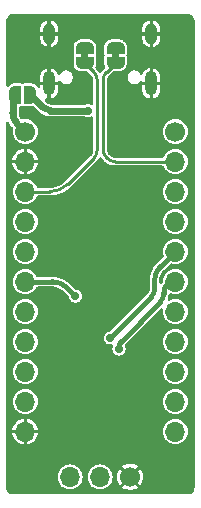
<source format=gbr>
%TF.GenerationSoftware,KiCad,Pcbnew,8.0.3*%
%TF.CreationDate,2024-08-17T22:20:39+01:00*%
%TF.ProjectId,TSSOP_Board,5453534f-505f-4426-9f61-72642e6b6963,rev?*%
%TF.SameCoordinates,Original*%
%TF.FileFunction,Copper,L2,Bot*%
%TF.FilePolarity,Positive*%
%FSLAX46Y46*%
G04 Gerber Fmt 4.6, Leading zero omitted, Abs format (unit mm)*
G04 Created by KiCad (PCBNEW 8.0.3) date 2024-08-17 22:20:39*
%MOMM*%
%LPD*%
G01*
G04 APERTURE LIST*
G04 Aperture macros list*
%AMFreePoly0*
4,1,19,0.500000,-0.750000,0.000000,-0.750000,0.000000,-0.744911,-0.071157,-0.744911,-0.207708,-0.704816,-0.327430,-0.627875,-0.420627,-0.520320,-0.479746,-0.390866,-0.500000,-0.250000,-0.500000,0.250000,-0.479746,0.390866,-0.420627,0.520320,-0.327430,0.627875,-0.207708,0.704816,-0.071157,0.744911,0.000000,0.744911,0.000000,0.750000,0.500000,0.750000,0.500000,-0.750000,0.500000,-0.750000,
$1*%
%AMFreePoly1*
4,1,19,0.000000,0.744911,0.071157,0.744911,0.207708,0.704816,0.327430,0.627875,0.420627,0.520320,0.479746,0.390866,0.500000,0.250000,0.500000,-0.250000,0.479746,-0.390866,0.420627,-0.520320,0.327430,-0.627875,0.207708,-0.704816,0.071157,-0.744911,0.000000,-0.744911,0.000000,-0.750000,-0.500000,-0.750000,-0.500000,0.750000,0.000000,0.750000,0.000000,0.744911,0.000000,0.744911,
$1*%
G04 Aperture macros list end*
%TA.AperFunction,EtchedComponent*%
%ADD10C,0.000000*%
%TD*%
%TA.AperFunction,ComponentPad*%
%ADD11O,1.000000X2.100000*%
%TD*%
%TA.AperFunction,ComponentPad*%
%ADD12O,1.000000X1.800000*%
%TD*%
%TA.AperFunction,ComponentPad*%
%ADD13C,1.700000*%
%TD*%
%TA.AperFunction,ComponentPad*%
%ADD14O,1.700000X1.700000*%
%TD*%
%TA.AperFunction,SMDPad,CuDef*%
%ADD15FreePoly0,180.000000*%
%TD*%
%TA.AperFunction,SMDPad,CuDef*%
%ADD16FreePoly1,180.000000*%
%TD*%
%TA.AperFunction,SMDPad,CuDef*%
%ADD17FreePoly0,270.000000*%
%TD*%
%TA.AperFunction,SMDPad,CuDef*%
%ADD18FreePoly1,270.000000*%
%TD*%
%TA.AperFunction,ViaPad*%
%ADD19C,0.700000*%
%TD*%
%TA.AperFunction,Conductor*%
%ADD20C,0.400000*%
%TD*%
%TA.AperFunction,Conductor*%
%ADD21C,0.250000*%
%TD*%
%TA.AperFunction,Conductor*%
%ADD22C,0.600000*%
%TD*%
G04 APERTURE END LIST*
D10*
%TA.AperFunction,EtchedComponent*%
%TO.C,JP2*%
G36*
X119700000Y-49665000D02*
G01*
X119100000Y-49665000D01*
X119100000Y-49165000D01*
X119700000Y-49165000D01*
X119700000Y-49665000D01*
G37*
%TD.AperFunction*%
%TA.AperFunction,EtchedComponent*%
%TO.C,JP3*%
G36*
X117100000Y-49665000D02*
G01*
X116500000Y-49665000D01*
X116500000Y-49165000D01*
X117100000Y-49165000D01*
X117100000Y-49665000D01*
G37*
%TD.AperFunction*%
%TD*%
D11*
%TO.P,J1,S1,SHIELD*%
%TO.N,GND*%
X122430000Y-51800000D03*
D12*
X122430000Y-47600000D03*
D11*
X113790000Y-51800000D03*
D12*
X113790000Y-47600000D03*
%TD*%
D13*
%TO.P,J3,1,Pin_1*%
%TO.N,/5V_IN*%
X124460000Y-55880000D03*
D14*
%TO.P,J3,2,Pin_2*%
%TO.N,/PD3*%
X124460000Y-58420000D03*
%TO.P,J3,3,Pin_3*%
%TO.N,/PD2*%
X124460000Y-60960000D03*
%TO.P,J3,4,Pin_4*%
%TO.N,/PD1*%
X124460000Y-63500000D03*
%TO.P,J3,5,Pin_5*%
%TO.N,/MISO*%
X124460000Y-66040000D03*
%TO.P,J3,6,Pin_6*%
%TO.N,/MOSI*%
X124460000Y-68580000D03*
%TO.P,J3,7,Pin_7*%
%TO.N,/PC5*%
X124460000Y-71120000D03*
%TO.P,J3,8,Pin_8*%
%TO.N,/MCO*%
X124460000Y-73660000D03*
%TO.P,J3,9,Pin_9*%
%TO.N,/PC3*%
X124460000Y-76200000D03*
%TO.P,J3,10,Pin_10*%
%TO.N,/PC2*%
X124460000Y-78740000D03*
%TO.P,J3,11,Pin_11*%
%TO.N,/PC1*%
X124460000Y-81280000D03*
%TD*%
D13*
%TO.P,J4,1,Pin_1*%
%TO.N,GND*%
X120635000Y-85115000D03*
D14*
%TO.P,J4,2,Pin_2*%
%TO.N,/PD1*%
X118095000Y-85115000D03*
%TO.P,J4,3,Pin_3*%
%TO.N,/MCU_VCC*%
X115555001Y-85115000D03*
%TD*%
%TO.P,J2,11,Pin_11*%
%TO.N,GND*%
X111760000Y-81280000D03*
%TO.P,J2,10,Pin_10*%
%TO.N,/PC0*%
X111760000Y-78740000D03*
%TO.P,J2,9,Pin_9*%
%TO.N,/PD0*%
X111760000Y-76200000D03*
%TO.P,J2,8,Pin_8*%
%TO.N,/OSCO*%
X111760000Y-73660000D03*
%TO.P,J2,7,Pin_7*%
%TO.N,/OSCI*%
X111760000Y-71120000D03*
%TO.P,J2,6,Pin_6*%
%TO.N,/NRST*%
X111760000Y-68580000D03*
%TO.P,J2,5,Pin_5*%
%TO.N,/PD6*%
X111760000Y-66040000D03*
%TO.P,J2,4,Pin_4*%
%TO.N,/PD5*%
X111760000Y-63500000D03*
%TO.P,J2,3,Pin_3*%
%TO.N,/PD4*%
X111760000Y-60960000D03*
%TO.P,J2,2,Pin_2*%
%TO.N,GND*%
X111760000Y-58420000D03*
D13*
%TO.P,J2,1,Pin_1*%
%TO.N,/MCU_VCC*%
X111760000Y-55880000D03*
%TD*%
D15*
%TO.P,JP1,1,A*%
%TO.N,/5V_IN*%
X112199999Y-52750000D03*
D16*
%TO.P,JP1,2,B*%
%TO.N,/MCU_VCC*%
X110900001Y-52750000D03*
%TD*%
D17*
%TO.P,JP2,1,A*%
%TO.N,Net-(JP2-A)*%
X119400000Y-48765001D03*
D18*
%TO.P,JP2,2,B*%
%TO.N,/PD3*%
X119400000Y-50064999D03*
%TD*%
D17*
%TO.P,JP3,1,A*%
%TO.N,Net-(JP3-A)*%
X116800000Y-48765001D03*
D18*
%TO.P,JP3,2,B*%
%TO.N,/PD4*%
X116800000Y-50064999D03*
%TD*%
D19*
%TO.N,GND*%
X123190000Y-57150000D03*
X123190000Y-62230000D03*
X119380000Y-83312000D03*
X116840000Y-83312000D03*
X119380000Y-75946000D03*
%TO.N,/5V_IN*%
X117094000Y-54102000D03*
%TO.N,GND*%
X124600000Y-46815000D03*
X111600000Y-46815000D03*
X114200000Y-78300000D03*
X120010000Y-56134000D03*
X121600000Y-53015000D03*
X113300000Y-74400000D03*
X116332000Y-74635000D03*
X114600000Y-53015000D03*
%TO.N,/NRST*%
X116010000Y-69810000D03*
%TO.N,/MOSI*%
X119700000Y-74300000D03*
%TO.N,/MISO*%
X118950000Y-73350000D03*
%TO.N,Net-(JP2-A)*%
X119400000Y-48765001D03*
%TO.N,Net-(JP3-A)*%
X116800000Y-48765001D03*
%TD*%
D20*
%TO.N,/NRST*%
X115315106Y-69115106D02*
G75*
G03*
X114023246Y-68579977I-1291906J-1291894D01*
G01*
%TO.N,/MISO*%
X122700000Y-68478982D02*
G75*
G02*
X123180123Y-67319899I1639200J-18D01*
G01*
X122700000Y-69227483D02*
G75*
G02*
X122436592Y-69863410I-899300J-17D01*
G01*
%TO.N,/MOSI*%
X123634967Y-68965033D02*
G75*
G03*
X123499979Y-69290873I325833J-325867D01*
G01*
X123167465Y-70332535D02*
G75*
G03*
X123500031Y-69529723I-802765J802835D01*
G01*
X119846447Y-73653553D02*
G75*
G03*
X119700005Y-74007107I353553J-353547D01*
G01*
D21*
%TO.N,/PD4*%
X115381745Y-60318255D02*
G75*
G02*
X113832435Y-60960012I-1549345J1549355D01*
G01*
X117850000Y-51529213D02*
G75*
G03*
X117557113Y-50822100I-1000000J13D01*
G01*
X117850000Y-57435786D02*
G75*
G02*
X117557114Y-58142900I-1000000J-14D01*
G01*
%TO.N,/PD3*%
X118677107Y-58127107D02*
G75*
G03*
X119384214Y-58419990I707093J707107D01*
G01*
X118350000Y-51529213D02*
G75*
G02*
X118642887Y-50822100I1000000J13D01*
G01*
X118350000Y-57385786D02*
G75*
G03*
X118642886Y-58092900I1000000J-14D01*
G01*
D22*
%TO.N,/MCU_VCC*%
X111078366Y-55198366D02*
G75*
G02*
X110699987Y-54284910I913434J913466D01*
G01*
%TO.N,/5V_IN*%
X113867868Y-54100513D02*
G75*
G02*
X113259088Y-53809125I115532J1023013D01*
G01*
X117094000Y-54102000D02*
X117092513Y-54100513D01*
X117092513Y-54100513D02*
X113867868Y-54100513D01*
X113259106Y-53809107D02*
X112199999Y-52750000D01*
%TO.N,/MCU_VCC*%
X110900001Y-52750000D02*
X110700000Y-52950001D01*
X111078366Y-55198366D02*
X111760000Y-55880000D01*
X110700000Y-52950001D02*
X110700000Y-54284910D01*
D20*
%TO.N,/NRST*%
X116010000Y-69810000D02*
X115315106Y-69115106D01*
X114023246Y-68580000D02*
X111760000Y-68580000D01*
%TO.N,/MOSI*%
X119846447Y-73653553D02*
X123167465Y-70332535D01*
X123634967Y-68965033D02*
X124020000Y-68580000D01*
X124020000Y-68580000D02*
X124460000Y-68580000D01*
X119700000Y-74300000D02*
X119700000Y-74007107D01*
X123500000Y-69529723D02*
X123500000Y-69290873D01*
D21*
%TO.N,/PD3*%
X118350000Y-57385786D02*
X118350000Y-51529213D01*
X118677107Y-58127107D02*
X118642893Y-58092893D01*
X124460000Y-58420000D02*
X119384214Y-58420000D01*
X118642893Y-50822106D02*
X119400000Y-50064999D01*
D20*
%TO.N,/MISO*%
X122700000Y-69227483D02*
X122700000Y-68478982D01*
X123180112Y-67319888D02*
X124460000Y-66040000D01*
X118950000Y-73350000D02*
X122436591Y-69863409D01*
D21*
%TO.N,/PD4*%
X117850000Y-57435786D02*
X117850000Y-51529213D01*
X115381745Y-60318255D02*
X117557107Y-58142893D01*
X111760000Y-60960000D02*
X113832435Y-60960000D01*
X117557107Y-50822106D02*
X116800000Y-50064999D01*
%TD*%
%TA.AperFunction,Conductor*%
%TO.N,GND*%
G36*
X125506922Y-45901279D02*
G01*
X125619518Y-45913966D01*
X125646583Y-45920143D01*
X125746927Y-45955255D01*
X125771941Y-45967301D01*
X125861955Y-46023860D01*
X125883662Y-46041172D01*
X125958827Y-46116337D01*
X125976140Y-46138046D01*
X126032697Y-46228056D01*
X126044745Y-46253074D01*
X126079855Y-46353414D01*
X126086033Y-46380484D01*
X126098720Y-46493077D01*
X126099500Y-46506961D01*
X126099500Y-85993038D01*
X126098720Y-86006922D01*
X126086033Y-86119515D01*
X126079855Y-86146585D01*
X126044745Y-86246925D01*
X126032697Y-86271943D01*
X125976140Y-86361953D01*
X125958827Y-86383662D01*
X125883662Y-86458827D01*
X125861953Y-86476140D01*
X125771943Y-86532697D01*
X125746925Y-86544745D01*
X125646585Y-86579855D01*
X125619516Y-86586033D01*
X125534855Y-86595572D01*
X125506921Y-86598720D01*
X125493039Y-86599500D01*
X110756961Y-86599500D01*
X110743077Y-86598720D01*
X110630484Y-86586033D01*
X110603414Y-86579855D01*
X110503074Y-86544745D01*
X110478056Y-86532697D01*
X110388046Y-86476140D01*
X110366337Y-86458827D01*
X110291172Y-86383662D01*
X110273859Y-86361953D01*
X110217302Y-86271943D01*
X110205254Y-86246925D01*
X110170144Y-86146585D01*
X110163966Y-86119514D01*
X110162206Y-86103897D01*
X110151280Y-86006921D01*
X110150500Y-85993038D01*
X110150500Y-85115000D01*
X114499418Y-85115000D01*
X114519700Y-85320932D01*
X114519701Y-85320934D01*
X114579769Y-85518954D01*
X114677316Y-85701450D01*
X114677318Y-85701452D01*
X114808590Y-85861410D01*
X114905210Y-85940702D01*
X114968551Y-85992685D01*
X115151047Y-86090232D01*
X115349067Y-86150300D01*
X115349066Y-86150300D01*
X115367530Y-86152118D01*
X115555001Y-86170583D01*
X115760935Y-86150300D01*
X115958955Y-86090232D01*
X116141451Y-85992685D01*
X116301411Y-85861410D01*
X116432686Y-85701450D01*
X116530233Y-85518954D01*
X116590301Y-85320934D01*
X116610584Y-85115000D01*
X117039417Y-85115000D01*
X117059699Y-85320932D01*
X117059700Y-85320934D01*
X117119768Y-85518954D01*
X117217315Y-85701450D01*
X117217317Y-85701452D01*
X117348589Y-85861410D01*
X117445209Y-85940702D01*
X117508550Y-85992685D01*
X117691046Y-86090232D01*
X117889066Y-86150300D01*
X117889065Y-86150300D01*
X117907529Y-86152118D01*
X118095000Y-86170583D01*
X118300934Y-86150300D01*
X118498954Y-86090232D01*
X118681450Y-85992685D01*
X118841410Y-85861410D01*
X118972685Y-85701450D01*
X119070232Y-85518954D01*
X119130300Y-85320934D01*
X119150583Y-85115000D01*
X119150583Y-85114999D01*
X119530287Y-85114999D01*
X119530287Y-85115000D01*
X119549096Y-85317989D01*
X119549097Y-85317992D01*
X119604883Y-85514063D01*
X119604886Y-85514069D01*
X119695750Y-85696549D01*
X119695755Y-85696556D01*
X119758380Y-85779487D01*
X120191329Y-85346538D01*
X120234901Y-85422007D01*
X120327993Y-85515099D01*
X120403460Y-85558670D01*
X119967321Y-85994809D01*
X119969261Y-85996579D01*
X120142585Y-86103897D01*
X120332678Y-86177539D01*
X120533072Y-86215000D01*
X120736928Y-86215000D01*
X120937321Y-86177539D01*
X121127415Y-86103897D01*
X121300735Y-85996581D01*
X121302677Y-85994808D01*
X120866539Y-85558670D01*
X120942007Y-85515099D01*
X121035099Y-85422007D01*
X121078670Y-85346539D01*
X121511618Y-85779487D01*
X121574245Y-85696556D01*
X121665113Y-85514069D01*
X121665116Y-85514063D01*
X121720902Y-85317992D01*
X121720903Y-85317989D01*
X121739713Y-85115000D01*
X121739713Y-85114999D01*
X121720903Y-84912010D01*
X121720902Y-84912007D01*
X121665116Y-84715936D01*
X121665113Y-84715930D01*
X121574244Y-84533440D01*
X121511619Y-84450511D01*
X121511618Y-84450511D01*
X121078670Y-84883460D01*
X121035099Y-84807993D01*
X120942007Y-84714901D01*
X120866539Y-84671329D01*
X121302678Y-84235190D01*
X121302677Y-84235189D01*
X121300737Y-84233420D01*
X121127415Y-84126102D01*
X120937321Y-84052460D01*
X120736928Y-84015000D01*
X120533072Y-84015000D01*
X120332678Y-84052460D01*
X120142584Y-84126102D01*
X119969261Y-84233420D01*
X119967321Y-84235188D01*
X119967321Y-84235189D01*
X120403461Y-84671329D01*
X120327993Y-84714901D01*
X120234901Y-84807993D01*
X120191329Y-84883460D01*
X119758380Y-84450511D01*
X119695754Y-84533443D01*
X119604886Y-84715930D01*
X119604883Y-84715936D01*
X119549097Y-84912007D01*
X119549096Y-84912010D01*
X119530287Y-85114999D01*
X119150583Y-85114999D01*
X119130300Y-84909066D01*
X119070232Y-84711046D01*
X118972685Y-84528550D01*
X118920702Y-84465209D01*
X118841410Y-84368589D01*
X118681452Y-84237317D01*
X118681453Y-84237317D01*
X118681450Y-84237315D01*
X118498954Y-84139768D01*
X118300934Y-84079700D01*
X118300932Y-84079699D01*
X118300934Y-84079699D01*
X118095000Y-84059417D01*
X117889067Y-84079699D01*
X117691043Y-84139769D01*
X117580898Y-84198643D01*
X117508550Y-84237315D01*
X117508548Y-84237316D01*
X117508547Y-84237317D01*
X117348589Y-84368589D01*
X117217317Y-84528547D01*
X117217315Y-84528550D01*
X117214700Y-84533443D01*
X117119769Y-84711043D01*
X117119768Y-84711045D01*
X117119768Y-84711046D01*
X117118285Y-84715936D01*
X117059699Y-84909067D01*
X117039417Y-85115000D01*
X116610584Y-85115000D01*
X116590301Y-84909066D01*
X116530233Y-84711046D01*
X116432686Y-84528550D01*
X116380703Y-84465209D01*
X116301411Y-84368589D01*
X116141453Y-84237317D01*
X116141454Y-84237317D01*
X116141451Y-84237315D01*
X115958955Y-84139768D01*
X115760935Y-84079700D01*
X115760933Y-84079699D01*
X115760935Y-84079699D01*
X115555001Y-84059417D01*
X115349068Y-84079699D01*
X115151044Y-84139769D01*
X115040899Y-84198643D01*
X114968551Y-84237315D01*
X114968549Y-84237316D01*
X114968548Y-84237317D01*
X114808590Y-84368589D01*
X114677318Y-84528547D01*
X114677316Y-84528550D01*
X114674701Y-84533443D01*
X114579770Y-84711043D01*
X114579769Y-84711045D01*
X114579769Y-84711046D01*
X114578286Y-84715936D01*
X114519700Y-84909067D01*
X114499418Y-85115000D01*
X110150500Y-85115000D01*
X110150500Y-81129999D01*
X110669186Y-81129999D01*
X110669187Y-81130000D01*
X111282555Y-81130000D01*
X111260000Y-81214174D01*
X111260000Y-81345826D01*
X111282555Y-81430000D01*
X110669187Y-81430000D01*
X110674097Y-81482991D01*
X110729883Y-81679063D01*
X110729886Y-81679069D01*
X110820754Y-81861556D01*
X110943608Y-82024242D01*
X111094260Y-82161578D01*
X111267584Y-82268897D01*
X111457678Y-82342539D01*
X111610000Y-82371013D01*
X111610000Y-81757445D01*
X111694174Y-81780000D01*
X111825826Y-81780000D01*
X111910000Y-81757445D01*
X111910000Y-82371013D01*
X112062321Y-82342539D01*
X112252415Y-82268897D01*
X112425739Y-82161578D01*
X112576391Y-82024242D01*
X112699245Y-81861556D01*
X112790113Y-81679069D01*
X112790116Y-81679063D01*
X112845902Y-81482991D01*
X112850813Y-81430000D01*
X112237445Y-81430000D01*
X112260000Y-81345826D01*
X112260000Y-81280000D01*
X123404417Y-81280000D01*
X123424699Y-81485932D01*
X123424700Y-81485934D01*
X123484768Y-81683954D01*
X123582315Y-81866450D01*
X123582317Y-81866452D01*
X123713589Y-82026410D01*
X123810209Y-82105702D01*
X123873550Y-82157685D01*
X124056046Y-82255232D01*
X124254066Y-82315300D01*
X124254065Y-82315300D01*
X124272529Y-82317118D01*
X124460000Y-82335583D01*
X124665934Y-82315300D01*
X124863954Y-82255232D01*
X125046450Y-82157685D01*
X125206410Y-82026410D01*
X125337685Y-81866450D01*
X125435232Y-81683954D01*
X125495300Y-81485934D01*
X125515583Y-81280000D01*
X125495300Y-81074066D01*
X125435232Y-80876046D01*
X125337685Y-80693550D01*
X125285702Y-80630209D01*
X125206410Y-80533589D01*
X125046452Y-80402317D01*
X125046453Y-80402317D01*
X125046450Y-80402315D01*
X124863954Y-80304768D01*
X124665934Y-80244700D01*
X124665932Y-80244699D01*
X124665934Y-80244699D01*
X124460000Y-80224417D01*
X124254067Y-80244699D01*
X124056043Y-80304769D01*
X123945898Y-80363643D01*
X123873550Y-80402315D01*
X123873548Y-80402316D01*
X123873547Y-80402317D01*
X123713589Y-80533589D01*
X123582317Y-80693547D01*
X123484769Y-80876043D01*
X123484768Y-80876045D01*
X123484768Y-80876046D01*
X123483285Y-80880936D01*
X123424699Y-81074067D01*
X123404417Y-81280000D01*
X112260000Y-81280000D01*
X112260000Y-81214174D01*
X112237445Y-81130000D01*
X112850813Y-81130000D01*
X112850813Y-81129999D01*
X112845902Y-81077008D01*
X112790116Y-80880936D01*
X112790113Y-80880930D01*
X112699245Y-80698443D01*
X112576391Y-80535757D01*
X112425739Y-80398421D01*
X112252415Y-80291102D01*
X112062322Y-80217460D01*
X111910000Y-80188985D01*
X111910000Y-80802554D01*
X111825826Y-80780000D01*
X111694174Y-80780000D01*
X111610000Y-80802554D01*
X111610000Y-80188985D01*
X111457677Y-80217460D01*
X111267584Y-80291102D01*
X111094260Y-80398421D01*
X110943608Y-80535757D01*
X110820754Y-80698443D01*
X110729886Y-80880930D01*
X110729883Y-80880936D01*
X110674097Y-81077008D01*
X110669186Y-81129999D01*
X110150500Y-81129999D01*
X110150500Y-78740000D01*
X110704417Y-78740000D01*
X110724699Y-78945932D01*
X110724700Y-78945934D01*
X110784768Y-79143954D01*
X110882315Y-79326450D01*
X110882317Y-79326452D01*
X111013589Y-79486410D01*
X111110209Y-79565702D01*
X111173550Y-79617685D01*
X111356046Y-79715232D01*
X111554066Y-79775300D01*
X111554065Y-79775300D01*
X111572529Y-79777118D01*
X111760000Y-79795583D01*
X111965934Y-79775300D01*
X112163954Y-79715232D01*
X112346450Y-79617685D01*
X112506410Y-79486410D01*
X112637685Y-79326450D01*
X112735232Y-79143954D01*
X112795300Y-78945934D01*
X112815583Y-78740000D01*
X123404417Y-78740000D01*
X123424699Y-78945932D01*
X123424700Y-78945934D01*
X123484768Y-79143954D01*
X123582315Y-79326450D01*
X123582317Y-79326452D01*
X123713589Y-79486410D01*
X123810209Y-79565702D01*
X123873550Y-79617685D01*
X124056046Y-79715232D01*
X124254066Y-79775300D01*
X124254065Y-79775300D01*
X124272529Y-79777118D01*
X124460000Y-79795583D01*
X124665934Y-79775300D01*
X124863954Y-79715232D01*
X125046450Y-79617685D01*
X125206410Y-79486410D01*
X125337685Y-79326450D01*
X125435232Y-79143954D01*
X125495300Y-78945934D01*
X125515583Y-78740000D01*
X125495300Y-78534066D01*
X125435232Y-78336046D01*
X125337685Y-78153550D01*
X125285702Y-78090209D01*
X125206410Y-77993589D01*
X125046452Y-77862317D01*
X125046453Y-77862317D01*
X125046450Y-77862315D01*
X124863954Y-77764768D01*
X124665934Y-77704700D01*
X124665932Y-77704699D01*
X124665934Y-77704699D01*
X124460000Y-77684417D01*
X124254067Y-77704699D01*
X124056043Y-77764769D01*
X123945898Y-77823643D01*
X123873550Y-77862315D01*
X123873548Y-77862316D01*
X123873547Y-77862317D01*
X123713589Y-77993589D01*
X123582317Y-78153547D01*
X123484769Y-78336043D01*
X123424699Y-78534067D01*
X123404417Y-78740000D01*
X112815583Y-78740000D01*
X112795300Y-78534066D01*
X112735232Y-78336046D01*
X112637685Y-78153550D01*
X112585702Y-78090209D01*
X112506410Y-77993589D01*
X112346452Y-77862317D01*
X112346453Y-77862317D01*
X112346450Y-77862315D01*
X112163954Y-77764768D01*
X111965934Y-77704700D01*
X111965932Y-77704699D01*
X111965934Y-77704699D01*
X111760000Y-77684417D01*
X111554067Y-77704699D01*
X111356043Y-77764769D01*
X111245898Y-77823643D01*
X111173550Y-77862315D01*
X111173548Y-77862316D01*
X111173547Y-77862317D01*
X111013589Y-77993589D01*
X110882317Y-78153547D01*
X110784769Y-78336043D01*
X110724699Y-78534067D01*
X110704417Y-78740000D01*
X110150500Y-78740000D01*
X110150500Y-76200000D01*
X110704417Y-76200000D01*
X110724699Y-76405932D01*
X110724700Y-76405934D01*
X110784768Y-76603954D01*
X110882315Y-76786450D01*
X110882317Y-76786452D01*
X111013589Y-76946410D01*
X111110209Y-77025702D01*
X111173550Y-77077685D01*
X111356046Y-77175232D01*
X111554066Y-77235300D01*
X111554065Y-77235300D01*
X111572529Y-77237118D01*
X111760000Y-77255583D01*
X111965934Y-77235300D01*
X112163954Y-77175232D01*
X112346450Y-77077685D01*
X112506410Y-76946410D01*
X112637685Y-76786450D01*
X112735232Y-76603954D01*
X112795300Y-76405934D01*
X112815583Y-76200000D01*
X123404417Y-76200000D01*
X123424699Y-76405932D01*
X123424700Y-76405934D01*
X123484768Y-76603954D01*
X123582315Y-76786450D01*
X123582317Y-76786452D01*
X123713589Y-76946410D01*
X123810209Y-77025702D01*
X123873550Y-77077685D01*
X124056046Y-77175232D01*
X124254066Y-77235300D01*
X124254065Y-77235300D01*
X124272529Y-77237118D01*
X124460000Y-77255583D01*
X124665934Y-77235300D01*
X124863954Y-77175232D01*
X125046450Y-77077685D01*
X125206410Y-76946410D01*
X125337685Y-76786450D01*
X125435232Y-76603954D01*
X125495300Y-76405934D01*
X125515583Y-76200000D01*
X125495300Y-75994066D01*
X125435232Y-75796046D01*
X125337685Y-75613550D01*
X125285702Y-75550209D01*
X125206410Y-75453589D01*
X125046452Y-75322317D01*
X125046453Y-75322317D01*
X125046450Y-75322315D01*
X124863954Y-75224768D01*
X124665934Y-75164700D01*
X124665932Y-75164699D01*
X124665934Y-75164699D01*
X124460000Y-75144417D01*
X124254067Y-75164699D01*
X124056043Y-75224769D01*
X123945898Y-75283643D01*
X123873550Y-75322315D01*
X123873548Y-75322316D01*
X123873547Y-75322317D01*
X123713589Y-75453589D01*
X123582317Y-75613547D01*
X123484769Y-75796043D01*
X123424699Y-75994067D01*
X123404417Y-76200000D01*
X112815583Y-76200000D01*
X112795300Y-75994066D01*
X112735232Y-75796046D01*
X112637685Y-75613550D01*
X112585702Y-75550209D01*
X112506410Y-75453589D01*
X112346452Y-75322317D01*
X112346453Y-75322317D01*
X112346450Y-75322315D01*
X112163954Y-75224768D01*
X111965934Y-75164700D01*
X111965932Y-75164699D01*
X111965934Y-75164699D01*
X111760000Y-75144417D01*
X111554067Y-75164699D01*
X111356043Y-75224769D01*
X111245898Y-75283643D01*
X111173550Y-75322315D01*
X111173548Y-75322316D01*
X111173547Y-75322317D01*
X111013589Y-75453589D01*
X110882317Y-75613547D01*
X110784769Y-75796043D01*
X110724699Y-75994067D01*
X110704417Y-76200000D01*
X110150500Y-76200000D01*
X110150500Y-73660000D01*
X110704417Y-73660000D01*
X110724699Y-73865932D01*
X110730887Y-73886330D01*
X110784768Y-74063954D01*
X110882315Y-74246450D01*
X110882317Y-74246452D01*
X111013589Y-74406410D01*
X111110209Y-74485702D01*
X111173550Y-74537685D01*
X111356046Y-74635232D01*
X111554066Y-74695300D01*
X111554065Y-74695300D01*
X111572529Y-74697118D01*
X111760000Y-74715583D01*
X111965934Y-74695300D01*
X112163954Y-74635232D01*
X112346450Y-74537685D01*
X112506410Y-74406410D01*
X112637685Y-74246450D01*
X112735232Y-74063954D01*
X112795300Y-73865934D01*
X112815583Y-73660000D01*
X112795300Y-73454066D01*
X112763732Y-73349999D01*
X118394750Y-73349999D01*
X118394750Y-73350000D01*
X118413670Y-73493708D01*
X118413671Y-73493712D01*
X118469137Y-73627622D01*
X118469138Y-73627624D01*
X118469139Y-73627625D01*
X118557379Y-73742621D01*
X118672375Y-73830861D01*
X118806291Y-73886330D01*
X118933280Y-73903048D01*
X118949999Y-73905250D01*
X118950000Y-73905250D01*
X118950001Y-73905250D01*
X118978371Y-73901514D01*
X119073039Y-73889051D01*
X119142073Y-73899816D01*
X119194329Y-73946196D01*
X119213215Y-74013465D01*
X119203785Y-74059442D01*
X119163671Y-74156287D01*
X119163670Y-74156291D01*
X119144750Y-74299999D01*
X119144750Y-74300000D01*
X119163670Y-74443708D01*
X119163671Y-74443712D01*
X119219137Y-74577622D01*
X119219138Y-74577624D01*
X119219139Y-74577625D01*
X119307379Y-74692621D01*
X119422375Y-74780861D01*
X119556291Y-74836330D01*
X119683280Y-74853048D01*
X119699999Y-74855250D01*
X119700000Y-74855250D01*
X119700001Y-74855250D01*
X119714977Y-74853278D01*
X119843709Y-74836330D01*
X119977625Y-74780861D01*
X120092621Y-74692621D01*
X120180861Y-74577625D01*
X120236330Y-74443709D01*
X120255250Y-74300000D01*
X120236330Y-74156291D01*
X120180861Y-74022375D01*
X120180858Y-74022371D01*
X120178349Y-74018025D01*
X120161873Y-73950125D01*
X120184722Y-73884097D01*
X120198046Y-73868345D01*
X120406391Y-73660000D01*
X123404417Y-73660000D01*
X123424699Y-73865932D01*
X123430887Y-73886330D01*
X123484768Y-74063954D01*
X123582315Y-74246450D01*
X123582317Y-74246452D01*
X123713589Y-74406410D01*
X123810209Y-74485702D01*
X123873550Y-74537685D01*
X124056046Y-74635232D01*
X124254066Y-74695300D01*
X124254065Y-74695300D01*
X124272529Y-74697118D01*
X124460000Y-74715583D01*
X124665934Y-74695300D01*
X124863954Y-74635232D01*
X125046450Y-74537685D01*
X125206410Y-74406410D01*
X125337685Y-74246450D01*
X125435232Y-74063954D01*
X125495300Y-73865934D01*
X125515583Y-73660000D01*
X125495300Y-73454066D01*
X125435232Y-73256046D01*
X125337685Y-73073550D01*
X125285702Y-73010209D01*
X125206410Y-72913589D01*
X125046452Y-72782317D01*
X125046453Y-72782317D01*
X125046450Y-72782315D01*
X124863954Y-72684768D01*
X124665934Y-72624700D01*
X124665932Y-72624699D01*
X124665934Y-72624699D01*
X124460000Y-72604417D01*
X124254067Y-72624699D01*
X124056043Y-72684769D01*
X123945898Y-72743643D01*
X123873550Y-72782315D01*
X123873548Y-72782316D01*
X123873547Y-72782317D01*
X123713589Y-72913589D01*
X123582317Y-73073547D01*
X123484769Y-73256043D01*
X123424699Y-73454067D01*
X123404417Y-73660000D01*
X120406391Y-73660000D01*
X123209406Y-70856984D01*
X123270727Y-70823501D01*
X123340419Y-70828485D01*
X123396352Y-70870357D01*
X123420769Y-70935821D01*
X123420488Y-70956821D01*
X123404417Y-71119999D01*
X123424699Y-71325932D01*
X123424700Y-71325934D01*
X123484768Y-71523954D01*
X123582315Y-71706450D01*
X123582317Y-71706452D01*
X123713589Y-71866410D01*
X123810209Y-71945702D01*
X123873550Y-71997685D01*
X124056046Y-72095232D01*
X124254066Y-72155300D01*
X124254065Y-72155300D01*
X124272529Y-72157118D01*
X124460000Y-72175583D01*
X124665934Y-72155300D01*
X124863954Y-72095232D01*
X125046450Y-71997685D01*
X125206410Y-71866410D01*
X125337685Y-71706450D01*
X125435232Y-71523954D01*
X125495300Y-71325934D01*
X125515583Y-71120000D01*
X125495300Y-70914066D01*
X125435232Y-70716046D01*
X125337685Y-70533550D01*
X125285702Y-70470209D01*
X125206410Y-70373589D01*
X125046452Y-70242317D01*
X125046453Y-70242317D01*
X125046450Y-70242315D01*
X124863954Y-70144768D01*
X124665934Y-70084700D01*
X124665932Y-70084699D01*
X124665934Y-70084699D01*
X124460000Y-70064417D01*
X124254067Y-70084699D01*
X124056045Y-70144768D01*
X123997093Y-70176279D01*
X123928690Y-70190520D01*
X123863446Y-70165520D01*
X123822076Y-70109214D01*
X123817714Y-70039481D01*
X123821224Y-70027051D01*
X123822095Y-70024483D01*
X123822101Y-70024470D01*
X123874214Y-69830002D01*
X123896909Y-69657642D01*
X123925177Y-69593747D01*
X123983502Y-69555277D01*
X124053367Y-69554447D01*
X124055843Y-69555170D01*
X124056044Y-69555231D01*
X124056046Y-69555232D01*
X124254066Y-69615300D01*
X124254065Y-69615300D01*
X124272529Y-69617118D01*
X124460000Y-69635583D01*
X124665934Y-69615300D01*
X124863954Y-69555232D01*
X125046450Y-69457685D01*
X125206410Y-69326410D01*
X125337685Y-69166450D01*
X125435232Y-68983954D01*
X125495300Y-68785934D01*
X125515583Y-68580000D01*
X125495300Y-68374066D01*
X125435232Y-68176046D01*
X125337685Y-67993550D01*
X125274559Y-67916630D01*
X125206410Y-67833589D01*
X125046452Y-67702317D01*
X125046453Y-67702317D01*
X125046450Y-67702315D01*
X124876554Y-67611502D01*
X124863956Y-67604769D01*
X124863955Y-67604768D01*
X124863954Y-67604768D01*
X124665934Y-67544700D01*
X124665932Y-67544699D01*
X124665934Y-67544699D01*
X124460000Y-67524417D01*
X124254067Y-67544699D01*
X124078692Y-67597898D01*
X124061552Y-67603098D01*
X124056043Y-67604769D01*
X123945898Y-67663643D01*
X123873550Y-67702315D01*
X123873548Y-67702316D01*
X123873547Y-67702317D01*
X123713589Y-67833589D01*
X123582317Y-67993547D01*
X123484769Y-68176043D01*
X123424699Y-68374067D01*
X123403820Y-68586062D01*
X123402049Y-68585887D01*
X123384732Y-68644865D01*
X123368098Y-68665507D01*
X123312181Y-68721424D01*
X123250858Y-68754909D01*
X123181166Y-68749925D01*
X123125233Y-68708053D01*
X123100816Y-68642589D01*
X123100500Y-68633743D01*
X123100500Y-68483864D01*
X123100882Y-68474134D01*
X123109517Y-68364431D01*
X123114987Y-68294935D01*
X123118031Y-68275721D01*
X123121038Y-68263197D01*
X123158853Y-68105691D01*
X123164861Y-68087199D01*
X123231784Y-67925637D01*
X123240610Y-67908316D01*
X123331985Y-67759210D01*
X123343411Y-67743484D01*
X123460293Y-67606636D01*
X123466880Y-67599511D01*
X123999745Y-67066646D01*
X124061066Y-67033163D01*
X124123418Y-67035668D01*
X124225544Y-67066648D01*
X124254063Y-67075299D01*
X124254065Y-67075300D01*
X124272529Y-67077118D01*
X124460000Y-67095583D01*
X124665934Y-67075300D01*
X124863954Y-67015232D01*
X125046450Y-66917685D01*
X125206410Y-66786410D01*
X125337685Y-66626450D01*
X125435232Y-66443954D01*
X125495300Y-66245934D01*
X125515583Y-66040000D01*
X125495300Y-65834066D01*
X125435232Y-65636046D01*
X125337685Y-65453550D01*
X125285702Y-65390209D01*
X125206410Y-65293589D01*
X125046452Y-65162317D01*
X125046453Y-65162317D01*
X125046450Y-65162315D01*
X124863954Y-65064768D01*
X124665934Y-65004700D01*
X124665932Y-65004699D01*
X124665934Y-65004699D01*
X124460000Y-64984417D01*
X124254067Y-65004699D01*
X124056043Y-65064769D01*
X123945898Y-65123643D01*
X123873550Y-65162315D01*
X123873548Y-65162316D01*
X123873547Y-65162317D01*
X123713589Y-65293589D01*
X123582317Y-65453547D01*
X123484769Y-65636043D01*
X123424699Y-65834067D01*
X123404417Y-66040000D01*
X123424699Y-66245932D01*
X123464330Y-66376579D01*
X123464953Y-66446446D01*
X123433350Y-66500255D01*
X122854263Y-67079343D01*
X122854120Y-67079505D01*
X122815930Y-67117695D01*
X122673090Y-67296808D01*
X122551204Y-67490784D01*
X122451800Y-67697194D01*
X122376134Y-67913431D01*
X122325153Y-68136780D01*
X122325152Y-68136786D01*
X122299500Y-68364427D01*
X122299500Y-69162296D01*
X122299499Y-69162314D01*
X122299499Y-69221402D01*
X122298902Y-69233553D01*
X122291114Y-69312648D01*
X122286372Y-69336491D01*
X122265077Y-69406693D01*
X122255773Y-69429154D01*
X122221190Y-69493852D01*
X122207685Y-69514063D01*
X122157276Y-69575485D01*
X122149105Y-69584500D01*
X118966930Y-72766675D01*
X118905607Y-72800160D01*
X118895436Y-72801933D01*
X118806289Y-72813670D01*
X118672377Y-72869137D01*
X118557379Y-72957379D01*
X118469137Y-73072377D01*
X118413671Y-73206287D01*
X118413670Y-73206291D01*
X118394750Y-73349999D01*
X112763732Y-73349999D01*
X112735232Y-73256046D01*
X112637685Y-73073550D01*
X112585702Y-73010209D01*
X112506410Y-72913589D01*
X112346452Y-72782317D01*
X112346453Y-72782317D01*
X112346450Y-72782315D01*
X112163954Y-72684768D01*
X111965934Y-72624700D01*
X111965932Y-72624699D01*
X111965934Y-72624699D01*
X111760000Y-72604417D01*
X111554067Y-72624699D01*
X111356043Y-72684769D01*
X111245898Y-72743643D01*
X111173550Y-72782315D01*
X111173548Y-72782316D01*
X111173547Y-72782317D01*
X111013589Y-72913589D01*
X110882317Y-73073547D01*
X110784769Y-73256043D01*
X110724699Y-73454067D01*
X110704417Y-73660000D01*
X110150500Y-73660000D01*
X110150500Y-71120000D01*
X110704417Y-71120000D01*
X110724699Y-71325932D01*
X110724700Y-71325934D01*
X110784768Y-71523954D01*
X110882315Y-71706450D01*
X110882317Y-71706452D01*
X111013589Y-71866410D01*
X111110209Y-71945702D01*
X111173550Y-71997685D01*
X111356046Y-72095232D01*
X111554066Y-72155300D01*
X111554065Y-72155300D01*
X111572529Y-72157118D01*
X111760000Y-72175583D01*
X111965934Y-72155300D01*
X112163954Y-72095232D01*
X112346450Y-71997685D01*
X112506410Y-71866410D01*
X112637685Y-71706450D01*
X112735232Y-71523954D01*
X112795300Y-71325934D01*
X112815583Y-71120000D01*
X112795300Y-70914066D01*
X112735232Y-70716046D01*
X112637685Y-70533550D01*
X112585702Y-70470209D01*
X112506410Y-70373589D01*
X112346452Y-70242317D01*
X112346453Y-70242317D01*
X112346450Y-70242315D01*
X112163954Y-70144768D01*
X111965934Y-70084700D01*
X111965932Y-70084699D01*
X111965934Y-70084699D01*
X111760000Y-70064417D01*
X111554067Y-70084699D01*
X111356043Y-70144769D01*
X111270451Y-70190520D01*
X111173550Y-70242315D01*
X111173548Y-70242316D01*
X111173547Y-70242317D01*
X111013589Y-70373589D01*
X110882317Y-70533547D01*
X110784769Y-70716043D01*
X110724699Y-70914067D01*
X110704417Y-71120000D01*
X110150500Y-71120000D01*
X110150500Y-68580000D01*
X110704417Y-68580000D01*
X110724699Y-68785932D01*
X110740931Y-68839441D01*
X110784768Y-68983954D01*
X110882315Y-69166450D01*
X110890262Y-69176133D01*
X111013589Y-69326410D01*
X111040425Y-69348433D01*
X111173550Y-69457685D01*
X111356046Y-69555232D01*
X111554066Y-69615300D01*
X111554065Y-69615300D01*
X111572529Y-69617118D01*
X111760000Y-69635583D01*
X111965934Y-69615300D01*
X112163954Y-69555232D01*
X112346450Y-69457685D01*
X112506410Y-69326410D01*
X112637685Y-69166450D01*
X112702043Y-69046046D01*
X112751006Y-68996202D01*
X112811401Y-68980500D01*
X114019180Y-68980500D01*
X114027293Y-68980766D01*
X114201312Y-68992176D01*
X114217393Y-68994293D01*
X114256335Y-69002039D01*
X114384464Y-69027529D01*
X114400122Y-69031725D01*
X114442309Y-69046046D01*
X114561426Y-69086483D01*
X114576402Y-69092686D01*
X114729183Y-69168032D01*
X114743210Y-69176131D01*
X114863398Y-69256439D01*
X114884853Y-69270775D01*
X114897720Y-69280649D01*
X115029097Y-69395865D01*
X115035019Y-69401412D01*
X115426675Y-69793067D01*
X115460160Y-69854390D01*
X115461933Y-69864562D01*
X115473670Y-69953707D01*
X115473671Y-69953712D01*
X115529137Y-70087622D01*
X115529138Y-70087624D01*
X115529139Y-70087625D01*
X115617379Y-70202621D01*
X115732375Y-70290861D01*
X115866291Y-70346330D01*
X115993280Y-70363048D01*
X116009999Y-70365250D01*
X116010000Y-70365250D01*
X116010001Y-70365250D01*
X116024977Y-70363278D01*
X116153709Y-70346330D01*
X116287625Y-70290861D01*
X116402621Y-70202621D01*
X116490861Y-70087625D01*
X116546330Y-69953709D01*
X116565250Y-69810000D01*
X116546330Y-69666291D01*
X116490861Y-69532375D01*
X116402621Y-69417379D01*
X116287625Y-69329139D01*
X116287624Y-69329138D01*
X116287622Y-69329137D01*
X116153712Y-69273671D01*
X116153710Y-69273670D01*
X116153709Y-69273670D01*
X116100363Y-69266646D01*
X116064562Y-69261933D01*
X116000665Y-69233666D01*
X115993067Y-69226675D01*
X115555552Y-68789158D01*
X115555285Y-68788923D01*
X115509839Y-68743477D01*
X115509836Y-68743474D01*
X115386186Y-68644865D01*
X115314246Y-68587493D01*
X115314242Y-68587490D01*
X115314238Y-68587487D01*
X115102405Y-68454381D01*
X115102406Y-68454381D01*
X115102399Y-68454377D01*
X115102398Y-68454376D01*
X114877009Y-68345831D01*
X114877000Y-68345827D01*
X114640868Y-68263197D01*
X114640851Y-68263192D01*
X114396974Y-68207523D01*
X114396954Y-68207520D01*
X114148346Y-68179502D01*
X114148350Y-68179502D01*
X114083582Y-68179501D01*
X114083564Y-68179500D01*
X114075973Y-68179500D01*
X114023256Y-68179500D01*
X113965673Y-68179499D01*
X113965672Y-68179499D01*
X113955685Y-68179499D01*
X113955673Y-68179500D01*
X112811401Y-68179500D01*
X112744362Y-68159815D01*
X112702043Y-68113954D01*
X112687738Y-68087192D01*
X112637685Y-67993550D01*
X112574559Y-67916630D01*
X112506410Y-67833589D01*
X112346452Y-67702317D01*
X112346453Y-67702317D01*
X112346450Y-67702315D01*
X112176554Y-67611502D01*
X112163956Y-67604769D01*
X112163955Y-67604768D01*
X112163954Y-67604768D01*
X111965934Y-67544700D01*
X111965932Y-67544699D01*
X111965934Y-67544699D01*
X111760000Y-67524417D01*
X111554067Y-67544699D01*
X111378692Y-67597898D01*
X111361552Y-67603098D01*
X111356043Y-67604769D01*
X111245898Y-67663643D01*
X111173550Y-67702315D01*
X111173548Y-67702316D01*
X111173547Y-67702317D01*
X111013589Y-67833589D01*
X110882317Y-67993547D01*
X110784769Y-68176043D01*
X110724699Y-68374067D01*
X110704417Y-68580000D01*
X110150500Y-68580000D01*
X110150500Y-66040000D01*
X110704417Y-66040000D01*
X110724699Y-66245932D01*
X110724700Y-66245934D01*
X110784768Y-66443954D01*
X110882315Y-66626450D01*
X110882317Y-66626452D01*
X111013589Y-66786410D01*
X111110209Y-66865702D01*
X111173550Y-66917685D01*
X111356046Y-67015232D01*
X111554066Y-67075300D01*
X111554065Y-67075300D01*
X111572529Y-67077118D01*
X111760000Y-67095583D01*
X111965934Y-67075300D01*
X112163954Y-67015232D01*
X112346450Y-66917685D01*
X112506410Y-66786410D01*
X112637685Y-66626450D01*
X112735232Y-66443954D01*
X112795300Y-66245934D01*
X112815583Y-66040000D01*
X112795300Y-65834066D01*
X112735232Y-65636046D01*
X112637685Y-65453550D01*
X112585702Y-65390209D01*
X112506410Y-65293589D01*
X112346452Y-65162317D01*
X112346453Y-65162317D01*
X112346450Y-65162315D01*
X112163954Y-65064768D01*
X111965934Y-65004700D01*
X111965932Y-65004699D01*
X111965934Y-65004699D01*
X111760000Y-64984417D01*
X111554067Y-65004699D01*
X111356043Y-65064769D01*
X111245898Y-65123643D01*
X111173550Y-65162315D01*
X111173548Y-65162316D01*
X111173547Y-65162317D01*
X111013589Y-65293589D01*
X110882317Y-65453547D01*
X110784769Y-65636043D01*
X110724699Y-65834067D01*
X110704417Y-66040000D01*
X110150500Y-66040000D01*
X110150500Y-63500000D01*
X110704417Y-63500000D01*
X110724699Y-63705932D01*
X110724700Y-63705934D01*
X110784768Y-63903954D01*
X110882315Y-64086450D01*
X110882317Y-64086452D01*
X111013589Y-64246410D01*
X111110209Y-64325702D01*
X111173550Y-64377685D01*
X111356046Y-64475232D01*
X111554066Y-64535300D01*
X111554065Y-64535300D01*
X111572529Y-64537118D01*
X111760000Y-64555583D01*
X111965934Y-64535300D01*
X112163954Y-64475232D01*
X112346450Y-64377685D01*
X112506410Y-64246410D01*
X112637685Y-64086450D01*
X112735232Y-63903954D01*
X112795300Y-63705934D01*
X112815583Y-63500000D01*
X123404417Y-63500000D01*
X123424699Y-63705932D01*
X123424700Y-63705934D01*
X123484768Y-63903954D01*
X123582315Y-64086450D01*
X123582317Y-64086452D01*
X123713589Y-64246410D01*
X123810209Y-64325702D01*
X123873550Y-64377685D01*
X124056046Y-64475232D01*
X124254066Y-64535300D01*
X124254065Y-64535300D01*
X124272529Y-64537118D01*
X124460000Y-64555583D01*
X124665934Y-64535300D01*
X124863954Y-64475232D01*
X125046450Y-64377685D01*
X125206410Y-64246410D01*
X125337685Y-64086450D01*
X125435232Y-63903954D01*
X125495300Y-63705934D01*
X125515583Y-63500000D01*
X125495300Y-63294066D01*
X125435232Y-63096046D01*
X125337685Y-62913550D01*
X125285702Y-62850209D01*
X125206410Y-62753589D01*
X125046452Y-62622317D01*
X125046453Y-62622317D01*
X125046450Y-62622315D01*
X124863954Y-62524768D01*
X124665934Y-62464700D01*
X124665932Y-62464699D01*
X124665934Y-62464699D01*
X124460000Y-62444417D01*
X124254067Y-62464699D01*
X124056043Y-62524769D01*
X123945898Y-62583643D01*
X123873550Y-62622315D01*
X123873548Y-62622316D01*
X123873547Y-62622317D01*
X123713589Y-62753589D01*
X123582317Y-62913547D01*
X123484769Y-63096043D01*
X123424699Y-63294067D01*
X123404417Y-63500000D01*
X112815583Y-63500000D01*
X112795300Y-63294066D01*
X112735232Y-63096046D01*
X112637685Y-62913550D01*
X112585702Y-62850209D01*
X112506410Y-62753589D01*
X112346452Y-62622317D01*
X112346453Y-62622317D01*
X112346450Y-62622315D01*
X112163954Y-62524768D01*
X111965934Y-62464700D01*
X111965932Y-62464699D01*
X111965934Y-62464699D01*
X111760000Y-62444417D01*
X111554067Y-62464699D01*
X111356043Y-62524769D01*
X111245898Y-62583643D01*
X111173550Y-62622315D01*
X111173548Y-62622316D01*
X111173547Y-62622317D01*
X111013589Y-62753589D01*
X110882317Y-62913547D01*
X110784769Y-63096043D01*
X110724699Y-63294067D01*
X110704417Y-63500000D01*
X110150500Y-63500000D01*
X110150500Y-58269999D01*
X110669186Y-58269999D01*
X110669187Y-58270000D01*
X111282555Y-58270000D01*
X111260000Y-58354174D01*
X111260000Y-58485826D01*
X111282555Y-58570000D01*
X110669187Y-58570000D01*
X110674097Y-58622991D01*
X110729883Y-58819063D01*
X110729886Y-58819069D01*
X110820754Y-59001556D01*
X110943608Y-59164242D01*
X111094260Y-59301578D01*
X111267584Y-59408897D01*
X111457678Y-59482539D01*
X111610000Y-59511013D01*
X111610000Y-58897445D01*
X111694174Y-58920000D01*
X111825826Y-58920000D01*
X111910000Y-58897445D01*
X111910000Y-59511013D01*
X112062321Y-59482539D01*
X112252415Y-59408897D01*
X112425739Y-59301578D01*
X112576391Y-59164242D01*
X112699245Y-59001556D01*
X112790113Y-58819069D01*
X112790116Y-58819063D01*
X112845902Y-58622991D01*
X112850813Y-58570000D01*
X112237445Y-58570000D01*
X112260000Y-58485826D01*
X112260000Y-58354174D01*
X112237445Y-58270000D01*
X112850813Y-58270000D01*
X112850813Y-58269999D01*
X112845902Y-58217008D01*
X112790116Y-58020936D01*
X112790113Y-58020930D01*
X112699245Y-57838443D01*
X112576391Y-57675757D01*
X112425739Y-57538421D01*
X112252415Y-57431102D01*
X112062322Y-57357460D01*
X111910000Y-57328985D01*
X111910000Y-57942554D01*
X111825826Y-57920000D01*
X111694174Y-57920000D01*
X111610000Y-57942554D01*
X111610000Y-57328985D01*
X111457677Y-57357460D01*
X111267584Y-57431102D01*
X111094260Y-57538421D01*
X110943608Y-57675757D01*
X110820754Y-57838443D01*
X110729886Y-58020930D01*
X110729883Y-58020936D01*
X110674097Y-58217008D01*
X110669186Y-58269999D01*
X110150500Y-58269999D01*
X110150500Y-55143077D01*
X110170185Y-55076038D01*
X110222989Y-55030283D01*
X110292147Y-55020339D01*
X110355703Y-55049364D01*
X110381884Y-55081072D01*
X110498363Y-55282815D01*
X110498366Y-55282820D01*
X110641391Y-55469207D01*
X110641394Y-55469210D01*
X110696691Y-55524505D01*
X110700436Y-55528250D01*
X110733921Y-55589573D01*
X110731416Y-55651924D01*
X110724700Y-55674063D01*
X110724699Y-55674066D01*
X110704417Y-55880000D01*
X110724699Y-56085932D01*
X110724700Y-56085934D01*
X110784768Y-56283954D01*
X110882315Y-56466450D01*
X110882317Y-56466452D01*
X111013589Y-56626410D01*
X111110209Y-56705702D01*
X111173550Y-56757685D01*
X111356046Y-56855232D01*
X111554066Y-56915300D01*
X111554065Y-56915300D01*
X111572529Y-56917118D01*
X111760000Y-56935583D01*
X111965934Y-56915300D01*
X112163954Y-56855232D01*
X112346450Y-56757685D01*
X112506410Y-56626410D01*
X112637685Y-56466450D01*
X112735232Y-56283954D01*
X112795300Y-56085934D01*
X112815583Y-55880000D01*
X112795300Y-55674066D01*
X112735232Y-55476046D01*
X112637685Y-55293550D01*
X112514196Y-55143077D01*
X112506410Y-55133589D01*
X112346452Y-55002317D01*
X112346453Y-55002317D01*
X112346450Y-55002315D01*
X112163954Y-54904768D01*
X111965934Y-54844700D01*
X111965932Y-54844699D01*
X111965934Y-54844699D01*
X111760000Y-54824417D01*
X111554066Y-54844699D01*
X111554063Y-54844700D01*
X111535987Y-54850183D01*
X111466120Y-54850804D01*
X111407009Y-54813553D01*
X111404161Y-54810207D01*
X111341595Y-54733972D01*
X111328098Y-54713773D01*
X111266481Y-54598499D01*
X111257182Y-54576050D01*
X111219236Y-54450966D01*
X111214496Y-54427137D01*
X111201097Y-54291097D01*
X111200500Y-54278943D01*
X111200500Y-53829500D01*
X111220185Y-53762461D01*
X111272989Y-53716706D01*
X111324500Y-53705500D01*
X111400004Y-53705500D01*
X111400004Y-53705499D01*
X111445729Y-53700348D01*
X111490355Y-53678856D01*
X111559294Y-53667503D01*
X111596321Y-53683086D01*
X111598247Y-53679087D01*
X111610834Y-53685148D01*
X111610835Y-53685148D01*
X111610836Y-53685149D01*
X111677427Y-53700348D01*
X111699994Y-53705499D01*
X111699999Y-53705500D01*
X112271885Y-53705500D01*
X112271888Y-53705500D01*
X112329784Y-53697176D01*
X112336739Y-53695133D01*
X112343895Y-53693033D01*
X112413764Y-53693031D01*
X112466513Y-53724328D01*
X112853045Y-54110860D01*
X112856710Y-54115018D01*
X112860154Y-54118427D01*
X112860155Y-54118429D01*
X112871283Y-54129446D01*
X112871324Y-54129520D01*
X112909486Y-54167303D01*
X112909925Y-54167740D01*
X112955361Y-54213177D01*
X112959206Y-54216532D01*
X112979687Y-54236810D01*
X112979694Y-54236816D01*
X113076078Y-54309600D01*
X113143039Y-54360166D01*
X113321360Y-54460663D01*
X113385273Y-54486163D01*
X113511465Y-54536512D01*
X113511471Y-54536513D01*
X113511477Y-54536516D01*
X113710003Y-54586371D01*
X113765293Y-54592612D01*
X113783465Y-54596053D01*
X113801976Y-54601013D01*
X113832713Y-54601013D01*
X113846627Y-54601795D01*
X113877178Y-54605246D01*
X113894681Y-54602612D01*
X113896140Y-54602393D01*
X113914589Y-54601013D01*
X116835534Y-54601013D01*
X116882982Y-54610450D01*
X116950291Y-54638330D01*
X117046097Y-54650943D01*
X117093999Y-54657250D01*
X117094000Y-54657250D01*
X117094001Y-54657250D01*
X117108977Y-54655278D01*
X117237709Y-54638330D01*
X117353050Y-54590554D01*
X117422517Y-54583086D01*
X117484996Y-54614361D01*
X117520648Y-54674450D01*
X117524500Y-54705116D01*
X117524500Y-57429700D01*
X117523903Y-57441854D01*
X117512737Y-57555228D01*
X117507995Y-57579067D01*
X117476706Y-57682220D01*
X117467404Y-57704680D01*
X117416585Y-57799757D01*
X117403080Y-57819968D01*
X117330874Y-57907953D01*
X117322701Y-57916970D01*
X115154463Y-60085209D01*
X115148541Y-60090756D01*
X114974222Y-60243630D01*
X114961354Y-60253504D01*
X114771968Y-60380048D01*
X114757921Y-60388158D01*
X114553639Y-60488899D01*
X114538655Y-60495106D01*
X114322968Y-60568324D01*
X114307300Y-60572522D01*
X114083902Y-60616961D01*
X114067822Y-60619078D01*
X113836655Y-60634234D01*
X113828543Y-60634500D01*
X112850583Y-60634500D01*
X112783544Y-60614815D01*
X112737789Y-60562011D01*
X112736021Y-60557951D01*
X112735233Y-60556051D01*
X112735232Y-60556046D01*
X112637685Y-60373550D01*
X112585702Y-60310209D01*
X112506410Y-60213589D01*
X112346452Y-60082317D01*
X112346453Y-60082317D01*
X112346450Y-60082315D01*
X112163954Y-59984768D01*
X111965934Y-59924700D01*
X111965932Y-59924699D01*
X111965934Y-59924699D01*
X111760000Y-59904417D01*
X111554067Y-59924699D01*
X111356043Y-59984769D01*
X111245898Y-60043643D01*
X111173550Y-60082315D01*
X111173548Y-60082316D01*
X111173547Y-60082317D01*
X111013589Y-60213589D01*
X110882317Y-60373547D01*
X110784769Y-60556043D01*
X110724699Y-60754067D01*
X110704417Y-60960000D01*
X110724699Y-61165932D01*
X110724700Y-61165934D01*
X110784768Y-61363954D01*
X110882315Y-61546450D01*
X110882317Y-61546452D01*
X111013589Y-61706410D01*
X111110209Y-61785702D01*
X111173550Y-61837685D01*
X111356046Y-61935232D01*
X111554066Y-61995300D01*
X111554065Y-61995300D01*
X111572529Y-61997118D01*
X111760000Y-62015583D01*
X111965934Y-61995300D01*
X112163954Y-61935232D01*
X112346450Y-61837685D01*
X112506410Y-61706410D01*
X112637685Y-61546450D01*
X112735232Y-61363954D01*
X112735234Y-61363945D01*
X112736021Y-61362049D01*
X112736701Y-61361203D01*
X112738104Y-61358581D01*
X112738601Y-61358846D01*
X112779862Y-61307645D01*
X112846156Y-61285579D01*
X112850583Y-61285500D01*
X113780886Y-61285500D01*
X113781067Y-61285500D01*
X113781107Y-61285511D01*
X113832440Y-61285510D01*
X113832440Y-61285511D01*
X113973758Y-61285509D01*
X113973770Y-61285509D01*
X114138148Y-61266985D01*
X114254642Y-61253858D01*
X114530207Y-61190959D01*
X114796998Y-61097602D01*
X115051658Y-60974963D01*
X115075471Y-60960000D01*
X123404417Y-60960000D01*
X123424699Y-61165932D01*
X123424700Y-61165934D01*
X123484768Y-61363954D01*
X123582315Y-61546450D01*
X123582317Y-61546452D01*
X123713589Y-61706410D01*
X123810209Y-61785702D01*
X123873550Y-61837685D01*
X124056046Y-61935232D01*
X124254066Y-61995300D01*
X124254065Y-61995300D01*
X124272529Y-61997118D01*
X124460000Y-62015583D01*
X124665934Y-61995300D01*
X124863954Y-61935232D01*
X125046450Y-61837685D01*
X125206410Y-61706410D01*
X125337685Y-61546450D01*
X125435232Y-61363954D01*
X125495300Y-61165934D01*
X125515583Y-60960000D01*
X125495300Y-60754066D01*
X125435232Y-60556046D01*
X125337685Y-60373550D01*
X125285702Y-60310209D01*
X125206410Y-60213589D01*
X125046452Y-60082317D01*
X125046453Y-60082317D01*
X125046450Y-60082315D01*
X124863954Y-59984768D01*
X124665934Y-59924700D01*
X124665932Y-59924699D01*
X124665934Y-59924699D01*
X124460000Y-59904417D01*
X124254067Y-59924699D01*
X124056043Y-59984769D01*
X123945898Y-60043643D01*
X123873550Y-60082315D01*
X123873548Y-60082316D01*
X123873547Y-60082317D01*
X123713589Y-60213589D01*
X123582317Y-60373547D01*
X123484769Y-60556043D01*
X123424699Y-60754067D01*
X123404417Y-60960000D01*
X115075471Y-60960000D01*
X115290987Y-60824582D01*
X115511974Y-60648351D01*
X115572698Y-60587625D01*
X115572707Y-60587619D01*
X115581605Y-60578720D01*
X115581607Y-60578720D01*
X117748962Y-58411364D01*
X117748993Y-58411347D01*
X117787278Y-58373060D01*
X117787279Y-58373061D01*
X117848711Y-58311628D01*
X117954486Y-58173776D01*
X118007052Y-58082725D01*
X118057617Y-58034510D01*
X118126224Y-58021286D01*
X118191089Y-58047253D01*
X118221825Y-58082723D01*
X118245523Y-58123771D01*
X118245525Y-58123774D01*
X118245526Y-58123775D01*
X118351295Y-58261619D01*
X118377045Y-58287370D01*
X118377062Y-58287389D01*
X118382427Y-58292754D01*
X118382428Y-58292755D01*
X118408633Y-58318960D01*
X118408650Y-58318991D01*
X118446939Y-58357279D01*
X118508372Y-58418711D01*
X118646224Y-58524486D01*
X118761785Y-58591203D01*
X118796696Y-58611359D01*
X118796698Y-58611360D01*
X118796702Y-58611362D01*
X118957233Y-58677854D01*
X119125070Y-58722824D01*
X119125071Y-58722824D01*
X119125074Y-58722825D01*
X119200693Y-58732778D01*
X119297340Y-58745501D01*
X119384219Y-58745500D01*
X123369417Y-58745500D01*
X123436456Y-58765185D01*
X123482211Y-58817989D01*
X123483979Y-58822049D01*
X123484768Y-58823954D01*
X123582315Y-59006450D01*
X123582317Y-59006452D01*
X123713589Y-59166410D01*
X123810209Y-59245702D01*
X123873550Y-59297685D01*
X124056046Y-59395232D01*
X124254066Y-59455300D01*
X124254065Y-59455300D01*
X124272529Y-59457118D01*
X124460000Y-59475583D01*
X124665934Y-59455300D01*
X124863954Y-59395232D01*
X125046450Y-59297685D01*
X125206410Y-59166410D01*
X125337685Y-59006450D01*
X125435232Y-58823954D01*
X125495300Y-58625934D01*
X125515583Y-58420000D01*
X125495300Y-58214066D01*
X125435232Y-58016046D01*
X125337685Y-57833550D01*
X125277751Y-57760520D01*
X125206410Y-57673589D01*
X125076992Y-57567380D01*
X125046450Y-57542315D01*
X124863954Y-57444768D01*
X124665934Y-57384700D01*
X124665932Y-57384699D01*
X124665934Y-57384699D01*
X124460000Y-57364417D01*
X124254067Y-57384699D01*
X124056043Y-57444769D01*
X123945898Y-57503643D01*
X123873550Y-57542315D01*
X123873548Y-57542316D01*
X123873547Y-57542317D01*
X123713589Y-57673589D01*
X123582317Y-57833547D01*
X123484768Y-58016045D01*
X123483979Y-58017951D01*
X123483298Y-58018796D01*
X123481896Y-58021419D01*
X123481398Y-58021153D01*
X123440138Y-58072355D01*
X123373844Y-58094421D01*
X123369417Y-58094500D01*
X119390300Y-58094500D01*
X119378147Y-58093903D01*
X119364250Y-58092534D01*
X119264771Y-58082737D01*
X119240932Y-58077995D01*
X119137779Y-58046706D01*
X119115319Y-58037404D01*
X119020242Y-57986585D01*
X119000032Y-57973080D01*
X118912046Y-57900874D01*
X118903028Y-57892701D01*
X118877369Y-57867042D01*
X118869196Y-57858025D01*
X118853126Y-57838443D01*
X118796924Y-57769959D01*
X118783422Y-57749751D01*
X118732605Y-57654676D01*
X118723303Y-57632218D01*
X118692013Y-57529064D01*
X118687271Y-57505222D01*
X118676097Y-57391754D01*
X118675500Y-57379602D01*
X118675500Y-55880000D01*
X123404417Y-55880000D01*
X123424699Y-56085932D01*
X123424700Y-56085934D01*
X123484768Y-56283954D01*
X123582315Y-56466450D01*
X123582317Y-56466452D01*
X123713589Y-56626410D01*
X123810209Y-56705702D01*
X123873550Y-56757685D01*
X124056046Y-56855232D01*
X124254066Y-56915300D01*
X124254065Y-56915300D01*
X124272529Y-56917118D01*
X124460000Y-56935583D01*
X124665934Y-56915300D01*
X124863954Y-56855232D01*
X125046450Y-56757685D01*
X125206410Y-56626410D01*
X125337685Y-56466450D01*
X125435232Y-56283954D01*
X125495300Y-56085934D01*
X125515583Y-55880000D01*
X125495300Y-55674066D01*
X125435232Y-55476046D01*
X125337685Y-55293550D01*
X125214196Y-55143077D01*
X125206410Y-55133589D01*
X125046452Y-55002317D01*
X125046453Y-55002317D01*
X125046450Y-55002315D01*
X124863954Y-54904768D01*
X124665934Y-54844700D01*
X124665932Y-54844699D01*
X124665934Y-54844699D01*
X124460000Y-54824417D01*
X124254067Y-54844699D01*
X124056043Y-54904769D01*
X123945898Y-54963643D01*
X123873550Y-55002315D01*
X123873548Y-55002316D01*
X123873547Y-55002317D01*
X123713589Y-55133589D01*
X123582317Y-55293547D01*
X123484769Y-55476043D01*
X123424699Y-55674067D01*
X123404417Y-55880000D01*
X118675500Y-55880000D01*
X118675500Y-51535299D01*
X118676097Y-51523146D01*
X118687262Y-51409772D01*
X118692004Y-51385932D01*
X118701154Y-51355766D01*
X118723294Y-51282774D01*
X118732593Y-51260323D01*
X118762573Y-51204234D01*
X120424500Y-51204234D01*
X120424500Y-51355765D01*
X120463719Y-51502136D01*
X120479350Y-51529209D01*
X120539485Y-51633365D01*
X120646635Y-51740515D01*
X120777865Y-51816281D01*
X120924234Y-51855500D01*
X120924236Y-51855500D01*
X121075764Y-51855500D01*
X121075766Y-51855500D01*
X121222135Y-51816281D01*
X121353365Y-51740515D01*
X121460515Y-51633365D01*
X121460517Y-51633360D01*
X121462510Y-51630765D01*
X121464752Y-51629127D01*
X121466262Y-51627618D01*
X121466497Y-51627853D01*
X121518937Y-51589561D01*
X121588682Y-51585404D01*
X121648568Y-51618568D01*
X121680000Y-51650000D01*
X122130000Y-51650000D01*
X122130000Y-51950000D01*
X121680000Y-51950000D01*
X121680000Y-52423873D01*
X121708820Y-52568759D01*
X121708822Y-52568767D01*
X121765357Y-52705254D01*
X121765362Y-52705264D01*
X121847436Y-52828096D01*
X121847439Y-52828100D01*
X121951899Y-52932560D01*
X121951903Y-52932563D01*
X122074735Y-53014637D01*
X122074745Y-53014642D01*
X122211230Y-53071176D01*
X122211240Y-53071179D01*
X122279999Y-53084856D01*
X122280000Y-53084856D01*
X122280000Y-52609808D01*
X122314204Y-52629556D01*
X122390504Y-52650000D01*
X122469496Y-52650000D01*
X122545796Y-52629556D01*
X122580000Y-52609808D01*
X122580000Y-53084856D01*
X122648759Y-53071179D01*
X122648769Y-53071176D01*
X122785254Y-53014642D01*
X122785264Y-53014637D01*
X122908096Y-52932563D01*
X122908100Y-52932560D01*
X123012560Y-52828100D01*
X123012563Y-52828096D01*
X123094637Y-52705264D01*
X123094642Y-52705254D01*
X123151177Y-52568767D01*
X123151179Y-52568759D01*
X123179999Y-52423873D01*
X123180000Y-52423871D01*
X123180000Y-51950000D01*
X122730000Y-51950000D01*
X122730000Y-51650000D01*
X123180000Y-51650000D01*
X123180000Y-51176128D01*
X123179999Y-51176126D01*
X123151179Y-51031240D01*
X123151177Y-51031232D01*
X123094642Y-50894745D01*
X123094637Y-50894735D01*
X123012563Y-50771903D01*
X123012560Y-50771899D01*
X122908100Y-50667439D01*
X122908096Y-50667436D01*
X122785264Y-50585362D01*
X122785254Y-50585357D01*
X122648767Y-50528822D01*
X122648761Y-50528820D01*
X122580000Y-50515142D01*
X122580000Y-50990191D01*
X122545796Y-50970444D01*
X122469496Y-50950000D01*
X122390504Y-50950000D01*
X122314204Y-50970444D01*
X122280000Y-50990191D01*
X122280000Y-50515143D01*
X122279999Y-50515142D01*
X122211238Y-50528820D01*
X122211232Y-50528822D01*
X122074745Y-50585357D01*
X122074735Y-50585362D01*
X121951903Y-50667436D01*
X121951899Y-50667439D01*
X121847439Y-50771899D01*
X121847436Y-50771903D01*
X121765362Y-50894735D01*
X121765359Y-50894741D01*
X121726546Y-50988443D01*
X121682704Y-51042846D01*
X121616410Y-51064910D01*
X121548711Y-51047630D01*
X121504598Y-51002989D01*
X121485808Y-50970444D01*
X121460515Y-50926635D01*
X121353365Y-50819485D01*
X121271609Y-50772283D01*
X121222136Y-50743719D01*
X121148950Y-50724109D01*
X121075766Y-50704500D01*
X120924234Y-50704500D01*
X120777863Y-50743719D01*
X120646635Y-50819485D01*
X120646632Y-50819487D01*
X120539487Y-50926632D01*
X120539485Y-50926635D01*
X120463719Y-51057863D01*
X120424500Y-51204234D01*
X118762573Y-51204234D01*
X118783416Y-51165238D01*
X118796915Y-51145035D01*
X118869138Y-51057028D01*
X118877294Y-51048030D01*
X119117984Y-50807341D01*
X119179303Y-50773859D01*
X119188020Y-50772287D01*
X119191716Y-50771755D01*
X119209327Y-50770499D01*
X119590673Y-50770499D01*
X119608318Y-50771760D01*
X119620755Y-50773549D01*
X119620758Y-50773549D01*
X119679245Y-50773549D01*
X119679246Y-50773549D01*
X119793480Y-50757124D01*
X119821556Y-50753088D01*
X119821557Y-50753087D01*
X119821561Y-50753087D01*
X119877683Y-50736608D01*
X119947989Y-50704500D01*
X120008456Y-50676886D01*
X120008460Y-50676883D01*
X120008468Y-50676880D01*
X120057673Y-50645258D01*
X120057681Y-50645251D01*
X120057684Y-50645249D01*
X120119207Y-50591939D01*
X120166334Y-50551104D01*
X120204639Y-50506898D01*
X120282371Y-50385944D01*
X120306669Y-50332739D01*
X120347176Y-50194784D01*
X120355500Y-50136888D01*
X120355500Y-49564999D01*
X120350348Y-49519271D01*
X120329430Y-49475836D01*
X120328857Y-49474645D01*
X120317504Y-49405704D01*
X120333116Y-49368693D01*
X120329087Y-49366753D01*
X120335148Y-49354165D01*
X120335147Y-49354165D01*
X120335149Y-49354164D01*
X120355500Y-49265001D01*
X120355500Y-48693112D01*
X120347176Y-48635216D01*
X120306669Y-48497261D01*
X120282371Y-48444056D01*
X120282368Y-48444052D01*
X120282368Y-48444050D01*
X120204639Y-48323102D01*
X120204638Y-48323101D01*
X120166334Y-48278896D01*
X120140983Y-48256930D01*
X120057684Y-48184750D01*
X120057675Y-48184744D01*
X120057673Y-48184742D01*
X120044282Y-48176136D01*
X120008472Y-48153122D01*
X120008456Y-48153113D01*
X119877689Y-48093394D01*
X119877684Y-48093392D01*
X119877683Y-48093392D01*
X119821561Y-48076913D01*
X119821556Y-48076911D01*
X119691682Y-48058239D01*
X119679246Y-48056451D01*
X119620755Y-48056451D01*
X119620753Y-48056451D01*
X119608319Y-48058239D01*
X119590673Y-48059501D01*
X119209327Y-48059501D01*
X119191681Y-48058239D01*
X119179246Y-48056451D01*
X119179245Y-48056451D01*
X119120754Y-48056451D01*
X118978443Y-48076911D01*
X118978438Y-48076913D01*
X118922310Y-48093394D01*
X118791543Y-48153113D01*
X118791527Y-48153122D01*
X118742331Y-48184739D01*
X118742315Y-48184750D01*
X118633669Y-48278893D01*
X118595361Y-48323101D01*
X118595360Y-48323102D01*
X118517631Y-48444050D01*
X118517629Y-48444056D01*
X118493331Y-48497261D01*
X118452825Y-48635211D01*
X118452822Y-48635223D01*
X118444500Y-48693110D01*
X118444500Y-49265005D01*
X118449651Y-49310729D01*
X118471143Y-49355355D01*
X118482495Y-49424296D01*
X118466944Y-49461334D01*
X118470913Y-49463246D01*
X118464851Y-49475833D01*
X118444500Y-49564994D01*
X118444500Y-50136889D01*
X118452822Y-50194776D01*
X118452825Y-50194788D01*
X118493332Y-50332741D01*
X118513559Y-50377034D01*
X118523502Y-50446193D01*
X118494476Y-50509748D01*
X118488445Y-50516225D01*
X118446744Y-50557926D01*
X118446719Y-50557939D01*
X118351294Y-50653366D01*
X118351288Y-50653373D01*
X118245520Y-50791214D01*
X118245510Y-50791230D01*
X118207382Y-50857271D01*
X118156815Y-50905486D01*
X118088208Y-50918710D01*
X118023344Y-50892742D01*
X117992608Y-50857271D01*
X117954482Y-50791235D01*
X117954472Y-50791219D01*
X117859493Y-50667439D01*
X117848703Y-50653377D01*
X117821906Y-50626579D01*
X117821895Y-50626567D01*
X117780685Y-50585357D01*
X117711551Y-50516223D01*
X117678068Y-50454903D01*
X117683052Y-50385211D01*
X117686432Y-50377051D01*
X117706669Y-50332739D01*
X117747176Y-50194784D01*
X117755500Y-50136888D01*
X117755500Y-49564999D01*
X117750348Y-49519271D01*
X117729430Y-49475836D01*
X117728857Y-49474645D01*
X117717504Y-49405704D01*
X117733116Y-49368693D01*
X117729087Y-49366753D01*
X117735148Y-49354165D01*
X117735147Y-49354165D01*
X117735149Y-49354164D01*
X117755500Y-49265001D01*
X117755500Y-48693112D01*
X117747176Y-48635216D01*
X117706669Y-48497261D01*
X117682371Y-48444056D01*
X117682368Y-48444052D01*
X117682368Y-48444050D01*
X117604639Y-48323102D01*
X117604638Y-48323101D01*
X117566334Y-48278896D01*
X117540983Y-48256930D01*
X117457684Y-48184750D01*
X117457675Y-48184744D01*
X117457673Y-48184742D01*
X117444282Y-48176136D01*
X117408472Y-48153122D01*
X117408456Y-48153113D01*
X117277689Y-48093394D01*
X117277684Y-48093392D01*
X117277683Y-48093392D01*
X117221561Y-48076913D01*
X117221556Y-48076911D01*
X117091682Y-48058239D01*
X117079246Y-48056451D01*
X117020755Y-48056451D01*
X117020753Y-48056451D01*
X117008319Y-48058239D01*
X116990673Y-48059501D01*
X116609327Y-48059501D01*
X116591681Y-48058239D01*
X116579246Y-48056451D01*
X116579245Y-48056451D01*
X116520754Y-48056451D01*
X116378443Y-48076911D01*
X116378438Y-48076913D01*
X116322310Y-48093394D01*
X116191543Y-48153113D01*
X116191527Y-48153122D01*
X116142331Y-48184739D01*
X116142315Y-48184750D01*
X116033669Y-48278893D01*
X115995361Y-48323101D01*
X115995360Y-48323102D01*
X115917631Y-48444050D01*
X115917629Y-48444056D01*
X115893331Y-48497261D01*
X115852825Y-48635211D01*
X115852822Y-48635223D01*
X115844500Y-48693110D01*
X115844500Y-49265005D01*
X115849651Y-49310729D01*
X115871143Y-49355355D01*
X115882495Y-49424296D01*
X115866944Y-49461334D01*
X115870913Y-49463246D01*
X115864851Y-49475833D01*
X115844500Y-49564994D01*
X115844500Y-50136889D01*
X115852822Y-50194776D01*
X115852824Y-50194784D01*
X115893331Y-50332739D01*
X115917295Y-50385211D01*
X115917629Y-50385943D01*
X115917631Y-50385949D01*
X115995360Y-50506897D01*
X115995361Y-50506898D01*
X116033666Y-50551104D01*
X116066276Y-50579361D01*
X116142315Y-50645249D01*
X116142322Y-50645254D01*
X116142327Y-50645258D01*
X116176837Y-50667436D01*
X116191527Y-50676877D01*
X116191543Y-50676886D01*
X116322310Y-50736605D01*
X116322317Y-50736608D01*
X116378439Y-50753087D01*
X116378441Y-50753087D01*
X116378443Y-50753088D01*
X116420878Y-50759188D01*
X116520754Y-50773549D01*
X116520755Y-50773549D01*
X116579242Y-50773549D01*
X116579245Y-50773549D01*
X116591681Y-50771760D01*
X116609327Y-50770499D01*
X116990673Y-50770499D01*
X117008287Y-50771756D01*
X117011961Y-50772284D01*
X117075520Y-50801295D01*
X117082018Y-50807344D01*
X117322635Y-51047961D01*
X117330808Y-51056979D01*
X117403074Y-51145038D01*
X117416579Y-51165249D01*
X117467394Y-51260319D01*
X117476696Y-51282778D01*
X117507986Y-51385935D01*
X117512728Y-51409774D01*
X117523903Y-51523236D01*
X117524500Y-51535390D01*
X117524500Y-53498883D01*
X117504815Y-53565922D01*
X117452011Y-53611677D01*
X117382853Y-53621621D01*
X117353048Y-53613444D01*
X117237712Y-53565671D01*
X117237710Y-53565670D01*
X117237709Y-53565670D01*
X117165854Y-53556210D01*
X117094001Y-53546750D01*
X117093999Y-53546750D01*
X116950293Y-53565669D01*
X116937165Y-53571107D01*
X116890162Y-53590575D01*
X116842714Y-53600013D01*
X113924076Y-53600013D01*
X113896559Y-53596921D01*
X113868675Y-53590575D01*
X113822941Y-53580166D01*
X113796927Y-53571108D01*
X113715911Y-53532330D01*
X113692536Y-53517749D01*
X113617090Y-53458092D01*
X113606320Y-53448507D01*
X113427791Y-53269978D01*
X113394306Y-53208655D01*
X113399290Y-53138963D01*
X113441162Y-53083030D01*
X113506626Y-53058613D01*
X113562928Y-53067737D01*
X113571234Y-53071177D01*
X113571240Y-53071179D01*
X113639999Y-53084856D01*
X113640000Y-53084856D01*
X113640000Y-52609808D01*
X113674204Y-52629556D01*
X113750504Y-52650000D01*
X113829496Y-52650000D01*
X113905796Y-52629556D01*
X113940000Y-52609808D01*
X113940000Y-53084856D01*
X114008759Y-53071179D01*
X114008769Y-53071176D01*
X114145254Y-53014642D01*
X114145264Y-53014637D01*
X114268096Y-52932563D01*
X114268100Y-52932560D01*
X114372560Y-52828100D01*
X114372563Y-52828096D01*
X114454637Y-52705264D01*
X114454642Y-52705254D01*
X114511177Y-52568767D01*
X114511179Y-52568759D01*
X114539999Y-52423873D01*
X114540000Y-52423871D01*
X114540000Y-51950000D01*
X114090000Y-51950000D01*
X114090000Y-51650000D01*
X114539998Y-51650000D01*
X114571430Y-51618568D01*
X114632753Y-51585083D01*
X114702445Y-51590067D01*
X114753524Y-51627831D01*
X114753738Y-51627618D01*
X114755159Y-51629039D01*
X114757484Y-51630758D01*
X114759483Y-51633363D01*
X114759484Y-51633364D01*
X114759485Y-51633365D01*
X114866635Y-51740515D01*
X114997865Y-51816281D01*
X115144234Y-51855500D01*
X115144236Y-51855500D01*
X115295764Y-51855500D01*
X115295766Y-51855500D01*
X115442135Y-51816281D01*
X115573365Y-51740515D01*
X115680515Y-51633365D01*
X115756281Y-51502135D01*
X115795500Y-51355766D01*
X115795500Y-51204234D01*
X115756281Y-51057865D01*
X115755769Y-51056979D01*
X115728611Y-51009940D01*
X115680515Y-50926635D01*
X115573365Y-50819485D01*
X115491609Y-50772283D01*
X115442136Y-50743719D01*
X115368950Y-50724109D01*
X115295766Y-50704500D01*
X115144234Y-50704500D01*
X114997863Y-50743719D01*
X114866635Y-50819485D01*
X114866632Y-50819487D01*
X114759487Y-50926632D01*
X114759485Y-50926635D01*
X114715401Y-51002990D01*
X114664833Y-51051205D01*
X114596226Y-51064427D01*
X114531361Y-51038459D01*
X114493453Y-50988442D01*
X114454642Y-50894744D01*
X114454637Y-50894735D01*
X114372563Y-50771903D01*
X114372560Y-50771899D01*
X114268100Y-50667439D01*
X114268096Y-50667436D01*
X114145264Y-50585362D01*
X114145254Y-50585357D01*
X114008767Y-50528822D01*
X114008761Y-50528820D01*
X113940000Y-50515142D01*
X113940000Y-50990191D01*
X113905796Y-50970444D01*
X113829496Y-50950000D01*
X113750504Y-50950000D01*
X113674204Y-50970444D01*
X113640000Y-50990191D01*
X113640000Y-50515143D01*
X113639999Y-50515142D01*
X113571238Y-50528820D01*
X113571232Y-50528822D01*
X113434745Y-50585357D01*
X113434735Y-50585362D01*
X113311903Y-50667436D01*
X113311899Y-50667439D01*
X113207439Y-50771899D01*
X113207436Y-50771903D01*
X113125362Y-50894735D01*
X113125357Y-50894745D01*
X113068822Y-51031232D01*
X113068820Y-51031240D01*
X113040000Y-51176126D01*
X113040000Y-51650000D01*
X113490000Y-51650000D01*
X113490000Y-51950000D01*
X113040000Y-51950000D01*
X113040000Y-52074187D01*
X113020315Y-52141226D01*
X112967511Y-52186981D01*
X112898353Y-52196925D01*
X112834797Y-52167900D01*
X112811685Y-52141228D01*
X112801000Y-52124602D01*
X112780258Y-52092327D01*
X112780254Y-52092323D01*
X112780249Y-52092315D01*
X112714361Y-52016276D01*
X112686104Y-51983666D01*
X112641898Y-51945361D01*
X112641897Y-51945360D01*
X112520949Y-51867631D01*
X112520945Y-51867629D01*
X112520944Y-51867629D01*
X112467739Y-51843331D01*
X112375611Y-51816280D01*
X112329788Y-51802825D01*
X112329776Y-51802822D01*
X112271889Y-51794500D01*
X112271888Y-51794500D01*
X111699999Y-51794500D01*
X111699994Y-51794500D01*
X111654270Y-51799652D01*
X111654268Y-51799652D01*
X111609643Y-51821143D01*
X111540702Y-51832495D01*
X111503658Y-51816950D01*
X111501750Y-51820913D01*
X111489165Y-51814852D01*
X111489164Y-51814851D01*
X111489162Y-51814850D01*
X111489161Y-51814850D01*
X111400005Y-51794500D01*
X111400001Y-51794500D01*
X110828112Y-51794500D01*
X110828110Y-51794500D01*
X110770223Y-51802822D01*
X110770211Y-51802825D01*
X110632261Y-51843331D01*
X110579056Y-51867629D01*
X110579050Y-51867631D01*
X110458102Y-51945360D01*
X110458101Y-51945361D01*
X110413896Y-51983666D01*
X110368213Y-52036388D01*
X110309435Y-52074162D01*
X110239565Y-52074162D01*
X110180787Y-52036388D01*
X110151762Y-51972832D01*
X110150500Y-51955185D01*
X110150500Y-47126126D01*
X113040000Y-47126126D01*
X113040000Y-47450000D01*
X113490000Y-47450000D01*
X113490000Y-47750000D01*
X113040000Y-47750000D01*
X113040000Y-48073873D01*
X113068820Y-48218759D01*
X113068822Y-48218767D01*
X113125357Y-48355254D01*
X113125362Y-48355264D01*
X113207436Y-48478096D01*
X113207439Y-48478100D01*
X113311899Y-48582560D01*
X113311903Y-48582563D01*
X113434735Y-48664637D01*
X113434745Y-48664642D01*
X113571230Y-48721176D01*
X113571240Y-48721179D01*
X113639999Y-48734856D01*
X113640000Y-48734856D01*
X113640000Y-48259808D01*
X113674204Y-48279556D01*
X113750504Y-48300000D01*
X113829496Y-48300000D01*
X113905796Y-48279556D01*
X113940000Y-48259808D01*
X113940000Y-48734856D01*
X114008759Y-48721179D01*
X114008769Y-48721176D01*
X114145254Y-48664642D01*
X114145264Y-48664637D01*
X114268096Y-48582563D01*
X114268100Y-48582560D01*
X114372560Y-48478100D01*
X114372563Y-48478096D01*
X114454637Y-48355264D01*
X114454642Y-48355254D01*
X114511177Y-48218767D01*
X114511179Y-48218759D01*
X114539999Y-48073873D01*
X114540000Y-48073871D01*
X114540000Y-47750000D01*
X114090000Y-47750000D01*
X114090000Y-47450000D01*
X114540000Y-47450000D01*
X114540000Y-47126128D01*
X114539999Y-47126126D01*
X121680000Y-47126126D01*
X121680000Y-47450000D01*
X122130000Y-47450000D01*
X122130000Y-47750000D01*
X121680000Y-47750000D01*
X121680000Y-48073873D01*
X121708820Y-48218759D01*
X121708822Y-48218767D01*
X121765357Y-48355254D01*
X121765362Y-48355264D01*
X121847436Y-48478096D01*
X121847439Y-48478100D01*
X121951899Y-48582560D01*
X121951903Y-48582563D01*
X122074735Y-48664637D01*
X122074745Y-48664642D01*
X122211230Y-48721176D01*
X122211240Y-48721179D01*
X122279999Y-48734856D01*
X122280000Y-48734856D01*
X122280000Y-48259808D01*
X122314204Y-48279556D01*
X122390504Y-48300000D01*
X122469496Y-48300000D01*
X122545796Y-48279556D01*
X122580000Y-48259808D01*
X122580000Y-48734856D01*
X122648759Y-48721179D01*
X122648769Y-48721176D01*
X122785254Y-48664642D01*
X122785264Y-48664637D01*
X122908096Y-48582563D01*
X122908100Y-48582560D01*
X123012560Y-48478100D01*
X123012563Y-48478096D01*
X123094637Y-48355264D01*
X123094642Y-48355254D01*
X123151177Y-48218767D01*
X123151179Y-48218759D01*
X123179999Y-48073873D01*
X123180000Y-48073871D01*
X123180000Y-47750000D01*
X122730000Y-47750000D01*
X122730000Y-47450000D01*
X123180000Y-47450000D01*
X123180000Y-47126128D01*
X123179999Y-47126126D01*
X123151179Y-46981240D01*
X123151177Y-46981232D01*
X123094642Y-46844745D01*
X123094637Y-46844735D01*
X123012563Y-46721903D01*
X123012560Y-46721899D01*
X122908100Y-46617439D01*
X122908096Y-46617436D01*
X122785264Y-46535362D01*
X122785254Y-46535357D01*
X122648767Y-46478822D01*
X122648761Y-46478820D01*
X122580000Y-46465142D01*
X122580000Y-46940191D01*
X122545796Y-46920444D01*
X122469496Y-46900000D01*
X122390504Y-46900000D01*
X122314204Y-46920444D01*
X122280000Y-46940191D01*
X122280000Y-46465143D01*
X122279999Y-46465142D01*
X122211238Y-46478820D01*
X122211232Y-46478822D01*
X122074745Y-46535357D01*
X122074735Y-46535362D01*
X121951903Y-46617436D01*
X121951899Y-46617439D01*
X121847439Y-46721899D01*
X121847436Y-46721903D01*
X121765362Y-46844735D01*
X121765357Y-46844745D01*
X121708822Y-46981232D01*
X121708820Y-46981240D01*
X121680000Y-47126126D01*
X114539999Y-47126126D01*
X114511179Y-46981240D01*
X114511177Y-46981232D01*
X114454642Y-46844745D01*
X114454637Y-46844735D01*
X114372563Y-46721903D01*
X114372560Y-46721899D01*
X114268100Y-46617439D01*
X114268096Y-46617436D01*
X114145264Y-46535362D01*
X114145254Y-46535357D01*
X114008767Y-46478822D01*
X114008761Y-46478820D01*
X113940000Y-46465142D01*
X113940000Y-46940191D01*
X113905796Y-46920444D01*
X113829496Y-46900000D01*
X113750504Y-46900000D01*
X113674204Y-46920444D01*
X113640000Y-46940191D01*
X113640000Y-46465143D01*
X113639999Y-46465142D01*
X113571238Y-46478820D01*
X113571232Y-46478822D01*
X113434745Y-46535357D01*
X113434735Y-46535362D01*
X113311903Y-46617436D01*
X113311899Y-46617439D01*
X113207439Y-46721899D01*
X113207436Y-46721903D01*
X113125362Y-46844735D01*
X113125357Y-46844745D01*
X113068822Y-46981232D01*
X113068820Y-46981240D01*
X113040000Y-47126126D01*
X110150500Y-47126126D01*
X110150500Y-46506961D01*
X110151280Y-46493078D01*
X110153004Y-46477769D01*
X110163966Y-46380481D01*
X110170142Y-46353418D01*
X110205256Y-46253068D01*
X110217299Y-46228062D01*
X110273863Y-46138040D01*
X110291168Y-46116341D01*
X110366341Y-46041168D01*
X110388040Y-46023863D01*
X110478062Y-45967299D01*
X110503068Y-45955256D01*
X110603418Y-45920142D01*
X110630481Y-45913966D01*
X110727769Y-45903004D01*
X110743078Y-45901280D01*
X110756961Y-45900500D01*
X110807583Y-45900500D01*
X125442417Y-45900500D01*
X125493039Y-45900500D01*
X125506922Y-45901279D01*
G37*
%TD.AperFunction*%
%TD*%
M02*

</source>
